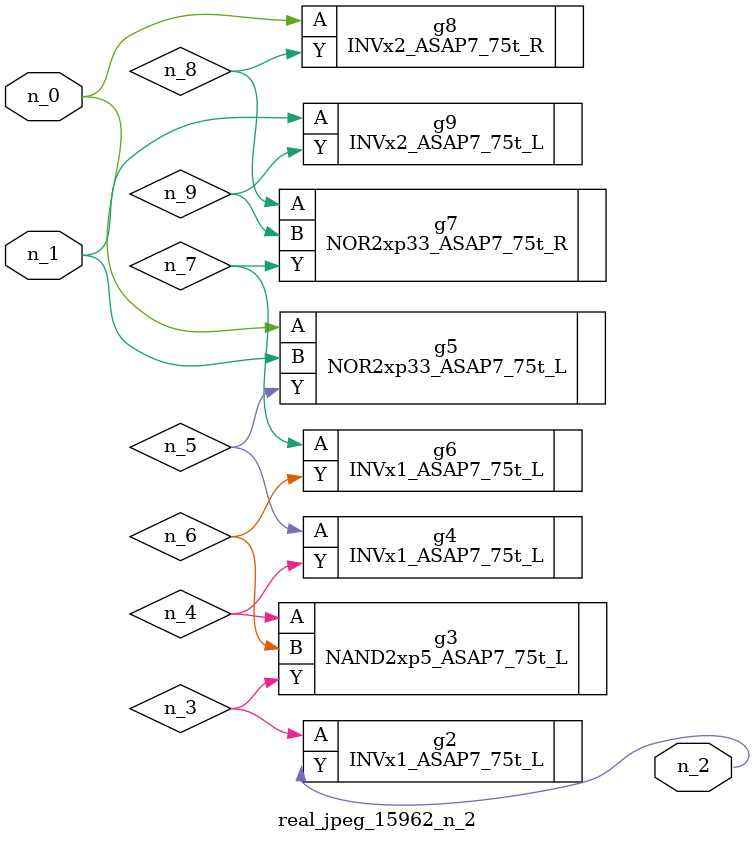
<source format=v>
module real_jpeg_15962_n_2 (n_1, n_0, n_2);

input n_1;
input n_0;

output n_2;

wire n_5;
wire n_4;
wire n_8;
wire n_6;
wire n_7;
wire n_3;
wire n_9;

NOR2xp33_ASAP7_75t_L g5 ( 
.A(n_0),
.B(n_1),
.Y(n_5)
);

INVx2_ASAP7_75t_R g8 ( 
.A(n_0),
.Y(n_8)
);

INVx2_ASAP7_75t_L g9 ( 
.A(n_1),
.Y(n_9)
);

INVx1_ASAP7_75t_L g2 ( 
.A(n_3),
.Y(n_2)
);

NAND2xp5_ASAP7_75t_L g3 ( 
.A(n_4),
.B(n_6),
.Y(n_3)
);

INVx1_ASAP7_75t_L g4 ( 
.A(n_5),
.Y(n_4)
);

INVx1_ASAP7_75t_L g6 ( 
.A(n_7),
.Y(n_6)
);

NOR2xp33_ASAP7_75t_R g7 ( 
.A(n_8),
.B(n_9),
.Y(n_7)
);


endmodule
</source>
